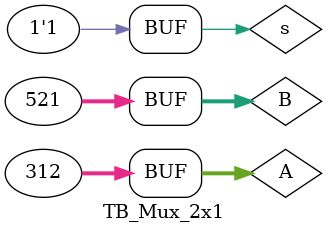
<source format=v>
module TB_Mux_2x1();
parameter N=32;
reg [N-1:0]A,B;
wire [N-1:0]C;
reg s;
Mux_2x1 #(.N(N)) DUT(.a(A),.b(B),.s(s),.y(C));
initial begin
A=32'd312;B=32'd521;s=1'b0;
#10 A=32'd312;B=32'd521;s=1'b1;


end


endmodule
</source>
